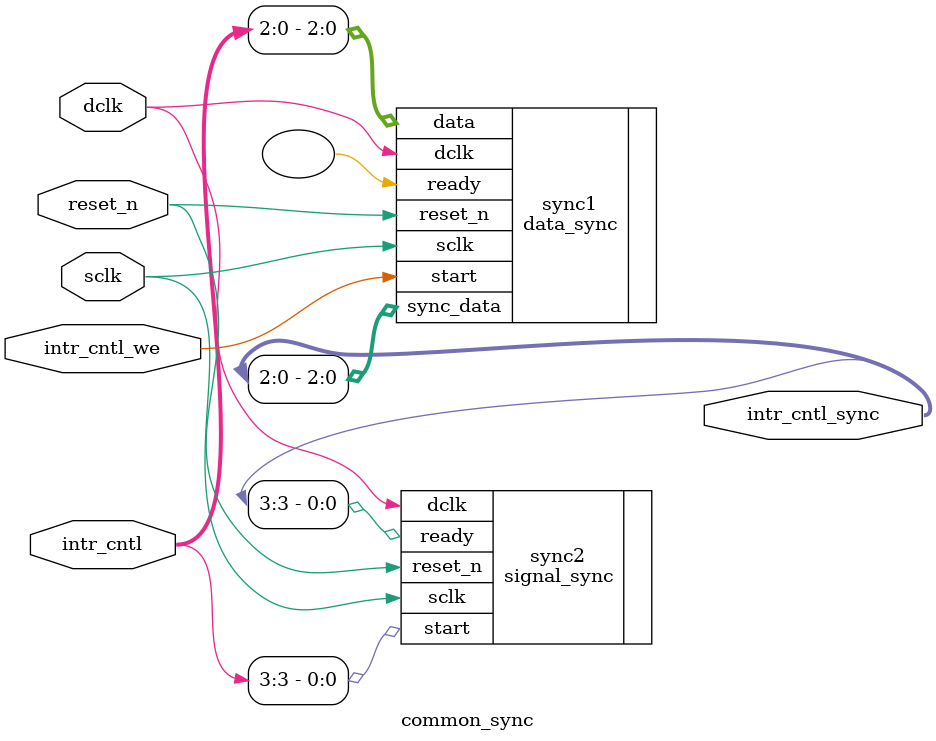
<source format=v>
`timescale 1ns/10ps

module common_sync (
    sclk,
    dclk,
    reset_n,
    intr_cntl,
    intr_cntl_we,
`ifdef INTERRUPT_DIV2    
    intr_cntl_rd_en,    
    intr_cntl_sync,
    intr_cntl_rd_en_sync
`else
    intr_cntl_sync
`endif    
    );
    
    input sclk;
    input dclk;
    input reset_n;
    input [3 : 0] intr_cntl;
    input intr_cntl_we;
`ifdef INTERRUPT_DIV2  
    input intr_cntl_rd_en;
`endif    
    output [3 : 0] intr_cntl_sync;
`ifdef INTERRUPT_DIV2    
    output intr_cntl_rd_en_sync;
`endif   
  
    data_sync
    #(3) sync1(
        .sclk      (sclk),
        .dclk      (dclk),
        .reset_n   (reset_n),
        .start     (intr_cntl_we),
        .data      (intr_cntl[2 : 0]),
        .ready     (),
        .sync_data (intr_cntl_sync[2 : 0]) 
    ); 

    signal_sync sync2(
        .sclk      (sclk),
        .dclk      (dclk),
        .reset_n   (reset_n),
        .start     (intr_cntl[3]),
        .ready     (intr_cntl_sync[3])
    );

`ifdef INTERRUPT_DIV2
    signal_sync sync3(
        .sclk      (sclk),
        .dclk      (dclk),
        .reset_n   (reset_n),
        .start     (intr_cntl_rd_en),    
        .ready     (intr_cntl_rd_en_sync)    
    );
`endif          

endmodule

</source>
